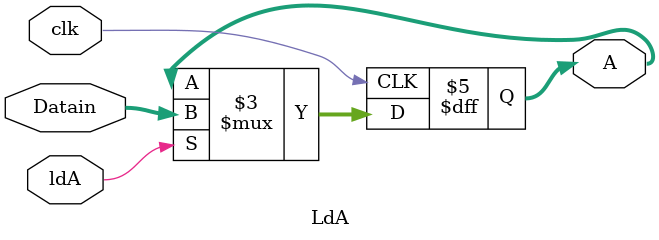
<source format=v>
module LdA(
	A,
	Datain,
	ldA,
	clk
);

output reg [3:0] A;
input wire [3:0] Datain;
input wire ldA;
input wire clk;

always @(posedge clk) begin
	if(ldA==1'b1)
		A <= Datain[3:0];
	/*else
		A <= 4'bzzzz;
	*/
end

endmodule

</source>
